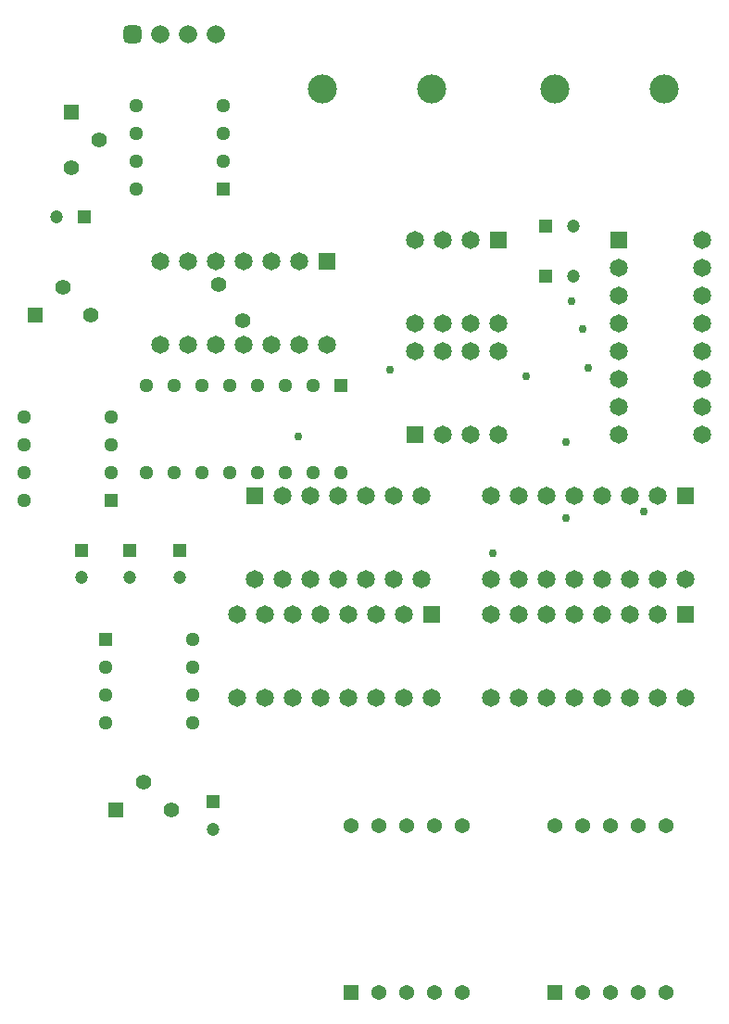
<source format=gbr>
%TF.GenerationSoftware,Altium Limited,Altium Designer,23.5.1 (21)*%
G04 Layer_Color=16711935*
%FSLAX45Y45*%
%MOMM*%
%TF.SameCoordinates,7ECB1A03-3DEC-426C-BD6E-5A7E68E82EE6*%
%TF.FilePolarity,Negative*%
%TF.FileFunction,Soldermask,Bot*%
%TF.Part,Single*%
G01*
G75*
%TA.AperFunction,ComponentPad*%
%ADD20C,1.20000*%
%ADD21R,1.20000X1.20000*%
%ADD26R,1.20000X1.20000*%
%ADD42R,1.65000X1.65000*%
%ADD43C,1.65000*%
%ADD44C,1.28000*%
%ADD45R,1.28000X1.28000*%
%ADD46R,1.28000X1.28000*%
%ADD47R,1.36800X1.36800*%
%ADD48C,1.36800*%
%ADD49C,1.40000*%
%ADD50R,1.40000X1.40000*%
%ADD51R,1.40000X1.40000*%
%ADD52R,1.65000X1.65000*%
%ADD53C,1.67000*%
G04:AMPARAMS|DCode=54|XSize=1.67mm|YSize=1.67mm|CornerRadius=0.455mm|HoleSize=0mm|Usage=FLASHONLY|Rotation=0.000|XOffset=0mm|YOffset=0mm|HoleType=Round|Shape=RoundedRectangle|*
%AMROUNDEDRECTD54*
21,1,1.67000,0.76000,0,0,0.0*
21,1,0.76000,1.67000,0,0,0.0*
1,1,0.91000,0.38000,-0.38000*
1,1,0.91000,-0.38000,-0.38000*
1,1,0.91000,-0.38000,0.38000*
1,1,0.91000,0.38000,0.38000*
%
%ADD54ROUNDEDRECTD54*%
%ADD55C,2.65000*%
%TA.AperFunction,ViaPad*%
%ADD56C,0.75000*%
%ADD57C,1.42000*%
D20*
X2082800Y1896300D02*
D03*
X5370100Y7404100D02*
D03*
Y6946900D02*
D03*
X1778000Y4195000D02*
D03*
X1320800D02*
D03*
X876300D02*
D03*
X649700Y7493000D02*
D03*
D21*
X2082800Y2146300D02*
D03*
X1778000Y4445000D02*
D03*
X1320800D02*
D03*
X876300D02*
D03*
D26*
X5120100Y7404100D02*
D03*
Y6946900D02*
D03*
X899700Y7493000D02*
D03*
D42*
X6400800Y3860800D02*
D03*
X2463800Y4940300D02*
D03*
X4076700Y3860800D02*
D03*
X3124200Y7086600D02*
D03*
X6400800Y4940300D02*
D03*
X3924300Y5496225D02*
D03*
X4686300Y7277100D02*
D03*
D43*
X6146800Y3860800D02*
D03*
X5892800D02*
D03*
X5638800D02*
D03*
X5384800D02*
D03*
X5130800D02*
D03*
X4876800D02*
D03*
X4622800D02*
D03*
X6400800Y3098800D02*
D03*
X6146800D02*
D03*
X5892800D02*
D03*
X5638800D02*
D03*
X5384800D02*
D03*
X5130800D02*
D03*
X4876800D02*
D03*
X4622800D02*
D03*
X3987800Y4178300D02*
D03*
X3733800D02*
D03*
X3479800D02*
D03*
X3225800D02*
D03*
X2971800D02*
D03*
X2717800D02*
D03*
X2463800D02*
D03*
X3987800Y4940300D02*
D03*
X3733800D02*
D03*
X3479800D02*
D03*
X3225800D02*
D03*
X2971800D02*
D03*
X2717800D02*
D03*
X3822700Y3860800D02*
D03*
X3568700D02*
D03*
X3314700D02*
D03*
X3060700D02*
D03*
X2806700D02*
D03*
X2552700D02*
D03*
X2298700D02*
D03*
X4076700Y3098800D02*
D03*
X3822700D02*
D03*
X3568700D02*
D03*
X3314700D02*
D03*
X3060700D02*
D03*
X2806700D02*
D03*
X2552700D02*
D03*
X2298700D02*
D03*
X2870200Y7086600D02*
D03*
X2616200D02*
D03*
X2362200D02*
D03*
X2108200D02*
D03*
X1854200D02*
D03*
X1600200D02*
D03*
X3124200Y6324600D02*
D03*
X2870200D02*
D03*
X2616200D02*
D03*
X2362200D02*
D03*
X2108200D02*
D03*
X1854200D02*
D03*
X1600200D02*
D03*
X5791200Y7023100D02*
D03*
Y6769100D02*
D03*
Y6515100D02*
D03*
Y6261100D02*
D03*
Y6007100D02*
D03*
Y5753100D02*
D03*
Y5499100D02*
D03*
X6553200Y7277100D02*
D03*
Y7023100D02*
D03*
Y6769100D02*
D03*
Y6515100D02*
D03*
Y6261100D02*
D03*
Y6007100D02*
D03*
Y5753100D02*
D03*
Y5499100D02*
D03*
X6146800Y4940300D02*
D03*
X5892800D02*
D03*
X5638800D02*
D03*
X5384800D02*
D03*
X5130800D02*
D03*
X4876800D02*
D03*
X4622800D02*
D03*
X6400800Y4178300D02*
D03*
X6146800D02*
D03*
X5892800D02*
D03*
X5638800D02*
D03*
X5384800D02*
D03*
X5130800D02*
D03*
X4876800D02*
D03*
X4622800D02*
D03*
X4686300Y6258225D02*
D03*
X4432300D02*
D03*
X4178300D02*
D03*
X3924300D02*
D03*
X4686300Y5496225D02*
D03*
X4432300D02*
D03*
X4178300D02*
D03*
X3924300Y6515100D02*
D03*
X4178300D02*
D03*
X4432300D02*
D03*
X4686300D02*
D03*
X3924300Y7277100D02*
D03*
X4178300D02*
D03*
X4432300D02*
D03*
D44*
X3246700Y5156200D02*
D03*
X2992700D02*
D03*
X2738700D02*
D03*
X2484700D02*
D03*
X2230700D02*
D03*
X1976700D02*
D03*
X1722700D02*
D03*
X1468700D02*
D03*
Y5950200D02*
D03*
X1722700D02*
D03*
X1976700D02*
D03*
X2230700D02*
D03*
X2484700D02*
D03*
X2738700D02*
D03*
X2992700D02*
D03*
X355600Y4902200D02*
D03*
Y5156200D02*
D03*
Y5410200D02*
D03*
Y5664200D02*
D03*
X1149600D02*
D03*
Y5410200D02*
D03*
Y5156200D02*
D03*
X1892300Y3632200D02*
D03*
Y3378200D02*
D03*
Y3124200D02*
D03*
Y2870200D02*
D03*
X1098300D02*
D03*
Y3124200D02*
D03*
Y3378200D02*
D03*
X1381000Y7747000D02*
D03*
Y8001000D02*
D03*
Y8255000D02*
D03*
Y8509000D02*
D03*
X2175000D02*
D03*
Y8255000D02*
D03*
Y8001000D02*
D03*
D45*
X3246700Y5950200D02*
D03*
D46*
X1149600Y4902200D02*
D03*
X1098300Y3632200D02*
D03*
X2175000Y7747000D02*
D03*
D47*
X3340100Y406400D02*
D03*
X5207000D02*
D03*
D48*
X3594100D02*
D03*
X3848100D02*
D03*
X4102100D02*
D03*
X4356100D02*
D03*
Y1930400D02*
D03*
X4102100D02*
D03*
X3848100D02*
D03*
X3594100D02*
D03*
X3340100D02*
D03*
X5461000Y406400D02*
D03*
X5715000D02*
D03*
X5969000D02*
D03*
X6223000D02*
D03*
Y1930400D02*
D03*
X5969000D02*
D03*
X5715000D02*
D03*
X5461000D02*
D03*
X5207000D02*
D03*
D49*
X965200Y6591300D02*
D03*
X711200Y6845300D02*
D03*
X787400Y7937500D02*
D03*
X1041400Y8191500D02*
D03*
X1701800Y2070100D02*
D03*
X1447800Y2324100D02*
D03*
D50*
X457200Y6591300D02*
D03*
X1193800Y2070100D02*
D03*
D51*
X787400Y8445500D02*
D03*
D52*
X5791200Y7277100D02*
D03*
D53*
X1600200Y9156700D02*
D03*
X1854200D02*
D03*
X2108200D02*
D03*
D54*
X1346200D02*
D03*
D55*
X4076700Y8661400D02*
D03*
X3076700D02*
D03*
X6202300D02*
D03*
X5202300D02*
D03*
D56*
X5308600Y5435600D02*
D03*
X2857500Y5486400D02*
D03*
X5359400Y6718300D02*
D03*
X5461000Y6464300D02*
D03*
X5511800Y6108700D02*
D03*
X3695700Y6096000D02*
D03*
X4635500Y4419600D02*
D03*
X5308600Y4737100D02*
D03*
X6019800Y4800600D02*
D03*
X4940300Y6032500D02*
D03*
D57*
X2133600Y6870700D02*
D03*
X2349500Y6540500D02*
D03*
%TF.MD5,d5231a7eeb88b9c660ceacaf389ba8fe*%
M02*

</source>
